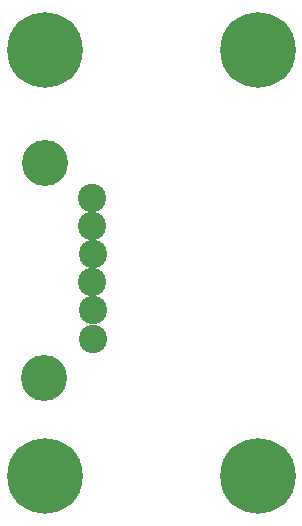
<source format=gbs>
G04 #@! TF.GenerationSoftware,KiCad,Pcbnew,(5.0.0)*
G04 #@! TF.CreationDate,2018-11-04T12:38:02-03:30*
G04 #@! TF.ProjectId,CamCon Board Rev 1.1,43616D436F6E20426F61726420526576,rev?*
G04 #@! TF.SameCoordinates,Original*
G04 #@! TF.FileFunction,Soldermask,Bot*
G04 #@! TF.FilePolarity,Negative*
%FSLAX46Y46*%
G04 Gerber Fmt 4.6, Leading zero omitted, Abs format (unit mm)*
G04 Created by KiCad (PCBNEW (5.0.0)) date 11/04/18 12:38:02*
%MOMM*%
%LPD*%
G01*
G04 APERTURE LIST*
%ADD10C,6.400000*%
%ADD11C,2.400000*%
%ADD12C,3.900000*%
G04 APERTURE END LIST*
D10*
G04 #@! TO.C,REF\002A\002A*
X140000000Y-123000000D03*
G04 #@! TD*
G04 #@! TO.C,REF\002A\002A*
X158000000Y-123000000D03*
G04 #@! TD*
G04 #@! TO.C,REF\002A\002A*
X158000000Y-87000000D03*
G04 #@! TD*
D11*
G04 #@! TO.C,@HOLE4*
X143990669Y-99463905D03*
G04 #@! TD*
G04 #@! TO.C,@HOLE5*
X144018000Y-101820980D03*
G04 #@! TD*
G04 #@! TO.C,@HOLE6*
X144048480Y-104206040D03*
G04 #@! TD*
G04 #@! TO.C,@HOLE7*
X144018000Y-106621580D03*
G04 #@! TD*
G04 #@! TO.C,@HOLE8*
X144058640Y-109014260D03*
G04 #@! TD*
G04 #@! TO.C,@HOLE9*
X144068800Y-111391700D03*
G04 #@! TD*
D12*
G04 #@! TO.C,@HOLE10*
X140000000Y-96500000D03*
G04 #@! TD*
G04 #@! TO.C,@HOLE11*
X139950669Y-114750000D03*
G04 #@! TD*
D10*
G04 #@! TO.C,REF\002A\002A*
X140000000Y-87000000D03*
G04 #@! TD*
M02*

</source>
